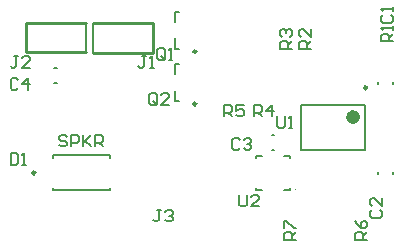
<source format=gto>
G04 Layer_Color=15132400*
%FSLAX44Y44*%
%MOMM*%
G71*
G01*
G75*
%ADD18C,0.2500*%
%ADD24C,0.1000*%
%ADD25C,0.6000*%
%ADD26C,0.2000*%
%ADD27C,0.2540*%
%ADD28C,0.1500*%
D18*
X559700Y536450D02*
G03*
X559700Y536450I-1250J0D01*
G01*
X423500Y478250D02*
G03*
X423500Y478250I-1250J0D01*
G01*
X704250Y550350D02*
G03*
X704250Y550350I-1250J0D01*
G01*
X559700Y580900D02*
G03*
X559700Y580900I-1250J0D01*
G01*
D24*
X643650Y463750D02*
G03*
X643650Y463750I-500J0D01*
G01*
D25*
X695450Y525350D02*
G03*
X695450Y525350I-3000J0D01*
G01*
D26*
X541450Y538950D02*
X545450D01*
X541450D02*
Y547450D01*
Y569950D02*
X545450D01*
X541450Y561450D02*
Y569950D01*
X639150Y463750D02*
Y465500D01*
Y491000D02*
Y492750D01*
X610150Y463750D02*
Y465500D01*
Y491000D02*
Y492750D01*
X633600Y463750D02*
X639150D01*
X610150D02*
X615700D01*
X633600Y492750D02*
X639150D01*
X610150D02*
X615700D01*
X623650Y509900D02*
X625650D01*
X623650Y497400D02*
X625650D01*
X465900Y580050D02*
Y605050D01*
X438750Y493000D02*
X486250D01*
X438750Y463500D02*
X486250D01*
X438750Y491000D02*
Y493000D01*
X486250Y491000D02*
Y493000D01*
X438750Y463500D02*
Y465500D01*
X486250Y463500D02*
Y465500D01*
X648450Y535350D02*
X702450D01*
X648450Y497350D02*
X702450D01*
Y535350D01*
X648450Y497350D02*
Y535350D01*
X439500Y567050D02*
X441500D01*
X439500Y554550D02*
X441500D01*
X713650Y553450D02*
Y555450D01*
X726150Y553450D02*
Y555450D01*
Y477250D02*
Y479250D01*
X713650Y477250D02*
Y479250D01*
X472250Y580050D02*
Y605050D01*
X541450Y583400D02*
X545450D01*
X541450D02*
Y591900D01*
Y614400D02*
X545450D01*
X541450Y605900D02*
Y614400D01*
D27*
X465700Y605250D02*
X465900Y605050D01*
X415100Y605250D02*
X465700D01*
X415100D02*
X415300Y605050D01*
X415100Y580250D02*
Y605250D01*
Y580250D02*
X415300Y580050D01*
X465900D01*
X472250D02*
X472450Y579850D01*
X523050D01*
X522850Y580050D02*
X523050Y579850D01*
Y604850D01*
X522850Y605050D02*
X523050Y604850D01*
X472250Y605050D02*
X522850D01*
D28*
X526539Y537066D02*
Y543731D01*
X524873Y545397D01*
X521541D01*
X519875Y543731D01*
Y537066D01*
X521541Y535400D01*
X524873D01*
X523207Y538732D02*
X526539Y535400D01*
X524873D02*
X526539Y537066D01*
X536536Y535400D02*
X529872D01*
X536536Y542064D01*
Y543731D01*
X534870Y545397D01*
X531538D01*
X529872Y543731D01*
X596075Y459672D02*
Y451341D01*
X597741Y449675D01*
X601073D01*
X602739Y451341D01*
Y459672D01*
X612736Y449675D02*
X606072D01*
X612736Y456339D01*
Y458005D01*
X611070Y459672D01*
X607738D01*
X606072Y458005D01*
X643700Y421100D02*
X633703D01*
Y426098D01*
X635369Y427764D01*
X638702D01*
X640368Y426098D01*
Y421100D01*
Y424432D02*
X643700Y427764D01*
X633703Y431097D02*
Y437761D01*
X635369D01*
X642034Y431097D01*
X643700D01*
X596389Y505630D02*
X594723Y507297D01*
X591391D01*
X589725Y505630D01*
Y498966D01*
X591391Y497300D01*
X594723D01*
X596389Y498966D01*
X599722Y505630D02*
X601388Y507297D01*
X604720D01*
X606386Y505630D01*
Y503964D01*
X604720Y502298D01*
X603054D01*
X604720D01*
X606386Y500632D01*
Y498966D01*
X604720Y497300D01*
X601388D01*
X599722Y498966D01*
X409064Y577147D02*
X405732D01*
X407398D01*
Y568816D01*
X405732Y567150D01*
X404066D01*
X402400Y568816D01*
X419061Y567150D02*
X412397D01*
X419061Y573814D01*
Y575480D01*
X417395Y577147D01*
X414063D01*
X412397Y575480D01*
X450339Y508806D02*
X448673Y510472D01*
X445341D01*
X443675Y508806D01*
Y507139D01*
X445341Y505473D01*
X448673D01*
X450339Y503807D01*
Y502141D01*
X448673Y500475D01*
X445341D01*
X443675Y502141D01*
X453672Y500475D02*
Y510472D01*
X458670D01*
X460336Y508806D01*
Y505473D01*
X458670Y503807D01*
X453672D01*
X463668Y510472D02*
Y500475D01*
Y503807D01*
X470333Y510472D01*
X465335Y505473D01*
X470333Y500475D01*
X473665D02*
Y510472D01*
X478664D01*
X480330Y508806D01*
Y505473D01*
X478664Y503807D01*
X473665D01*
X476997D02*
X480330Y500475D01*
X402400Y494597D02*
Y484600D01*
X407398D01*
X409064Y486266D01*
Y492930D01*
X407398Y494597D01*
X402400D01*
X412397Y484600D02*
X415729D01*
X414063D01*
Y494597D01*
X412397Y492930D01*
X627825Y526347D02*
Y518016D01*
X629491Y516350D01*
X632823D01*
X634489Y518016D01*
Y526347D01*
X637822Y516350D02*
X641154D01*
X639488D01*
Y526347D01*
X637822Y524680D01*
X529714Y446972D02*
X526382D01*
X528048D01*
Y438641D01*
X526382Y436975D01*
X524716D01*
X523050Y438641D01*
X533047Y445305D02*
X534713Y446972D01*
X538045D01*
X539711Y445305D01*
Y443639D01*
X538045Y441973D01*
X536379D01*
X538045D01*
X539711Y440307D01*
Y438641D01*
X538045Y436975D01*
X534713D01*
X533047Y438641D01*
X409064Y556431D02*
X407398Y558097D01*
X404066D01*
X402400Y556431D01*
Y549766D01*
X404066Y548100D01*
X407398D01*
X409064Y549766D01*
X417395Y548100D02*
Y558097D01*
X412397Y553098D01*
X419061D01*
X717919Y611914D02*
X716253Y610248D01*
Y606916D01*
X717919Y605250D01*
X724584D01*
X726250Y606916D01*
Y610248D01*
X724584Y611914D01*
X726250Y615247D02*
Y618579D01*
Y616913D01*
X716253D01*
X717919Y615247D01*
X708394Y446814D02*
X706728Y445148D01*
Y441816D01*
X708394Y440150D01*
X715059D01*
X716725Y441816D01*
Y445148D01*
X715059Y446814D01*
X716725Y456811D02*
Y450147D01*
X710060Y456811D01*
X708394D01*
X706728Y455145D01*
Y451813D01*
X708394Y450147D01*
X517014Y577147D02*
X513682D01*
X515348D01*
Y568816D01*
X513682Y567150D01*
X512016D01*
X510350Y568816D01*
X520347Y567150D02*
X523679D01*
X522013D01*
Y577147D01*
X520347Y575480D01*
X532889Y575166D02*
Y581830D01*
X531223Y583497D01*
X527891D01*
X526225Y581830D01*
Y575166D01*
X527891Y573500D01*
X531223D01*
X529557Y576832D02*
X532889Y573500D01*
X531223D02*
X532889Y575166D01*
X536222Y573500D02*
X539554D01*
X537888D01*
Y583497D01*
X536222Y581830D01*
X726250Y589375D02*
X716253D01*
Y594373D01*
X717919Y596039D01*
X721252D01*
X722918Y594373D01*
Y589375D01*
Y592707D02*
X726250Y596039D01*
Y599372D02*
Y602704D01*
Y601038D01*
X716253D01*
X717919Y599372D01*
X656400Y583025D02*
X646403D01*
Y588023D01*
X648069Y589689D01*
X651402D01*
X653068Y588023D01*
Y583025D01*
Y586357D02*
X656400Y589689D01*
Y599686D02*
Y593022D01*
X649735Y599686D01*
X648069D01*
X646403Y598020D01*
Y594688D01*
X648069Y593022D01*
X640525Y583025D02*
X630528D01*
Y588023D01*
X632194Y589689D01*
X635527D01*
X637193Y588023D01*
Y583025D01*
Y586357D02*
X640525Y589689D01*
X632194Y593022D02*
X630528Y594688D01*
Y598020D01*
X632194Y599686D01*
X633860D01*
X635527Y598020D01*
Y596354D01*
Y598020D01*
X637193Y599686D01*
X638859D01*
X640525Y598020D01*
Y594688D01*
X638859Y593022D01*
X608775Y525875D02*
Y535872D01*
X613773D01*
X615439Y534206D01*
Y530873D01*
X613773Y529207D01*
X608775D01*
X612107D02*
X615439Y525875D01*
X623770D02*
Y535872D01*
X618772Y530873D01*
X625436D01*
X583375Y525875D02*
Y535872D01*
X588373D01*
X590039Y534206D01*
Y530873D01*
X588373Y529207D01*
X583375D01*
X586707D02*
X590039Y525875D01*
X600036Y535872D02*
X593372D01*
Y530873D01*
X596704Y532539D01*
X598370D01*
X600036Y530873D01*
Y527541D01*
X598370Y525875D01*
X595038D01*
X593372Y527541D01*
X704025Y421100D02*
X694028D01*
Y426098D01*
X695694Y427764D01*
X699026D01*
X700693Y426098D01*
Y421100D01*
Y424432D02*
X704025Y427764D01*
X694028Y437761D02*
X695694Y434429D01*
X699026Y431097D01*
X702359D01*
X704025Y432763D01*
Y436095D01*
X702359Y437761D01*
X700693D01*
X699026Y436095D01*
Y431097D01*
M02*

</source>
